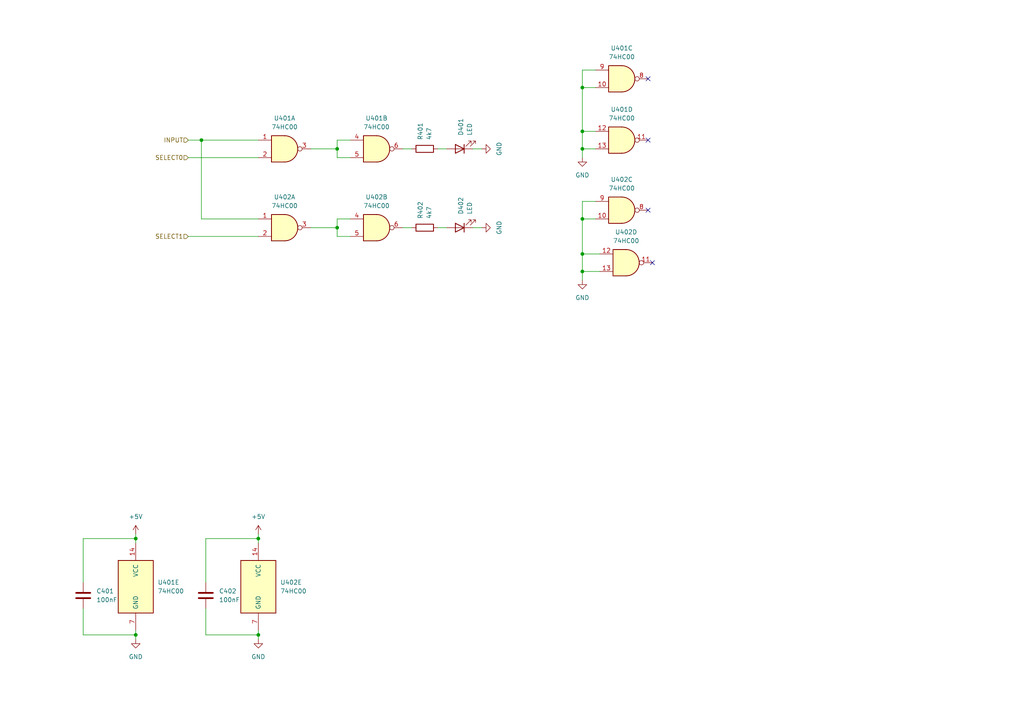
<source format=kicad_sch>
(kicad_sch (version 20211123) (generator eeschema)
  (paper "A4")
  (lib_symbols
    (symbol "74xx:74HC00" (pin_names (offset 1.016))
      (property "Reference" "U" (at 0 1.27 0))
      (property "Value" "74HC00" (at 0 -1.27 0))
      (symbol "74HC00_1_1"
        (arc (start 0 -3.81) (mid 3.81 0) (end 0 3.81) (stroke (width 0.254)) (fill (type background)))
        (polyline (pts (xy 0 3.81) (xy -3.81 3.81) (xy -3.81 -3.81) (xy 0 -3.81)) (stroke (width 0.254)) (fill (type background)))
        (pin input line (at -7.62 2.54 0) (length 3.81) (name "~") (number "1"))
        (pin input line (at -7.62 -2.54 0) (length 3.81) (name "~") (number "2"))
        (pin output inverted (at 7.62 0 180) (length 3.81) (name "~") (number "3"))
      )
      (symbol "74HC00_1_2"
        (arc (start -3.81 -3.81) (mid -2.589 0) (end -3.81 3.81) (stroke (width 0.254)))
        (arc (start -0.6096 -3.81) (mid 2.1842 -2.5851) (end 3.81 0) (stroke (width 0.254)) (fill (type background)))
        (polyline (pts (xy -3.81 -3.81) (xy -0.635 -3.81)) (stroke (width 0.254)) (fill (type background)))
        (polyline (pts (xy -3.81 3.81) (xy -0.635 3.81)) (stroke (width 0.254)) (fill (type background)))
        (polyline (pts (xy -0.635 3.81) (xy -3.81 3.81) (xy -3.81 3.81) (xy -3.556 3.4036) (xy -3.0226 2.2606) (xy -2.6924 1.0414) (xy -2.6162 -0.254) (xy -2.7686 -1.4986) (xy -3.175 -2.7178) (xy -3.81 -3.81) (xy -3.81 -3.81) (xy -0.635 -3.81)) (stroke (width -25.4)) (fill (type background)))
        (arc (start 3.81 0) (mid 2.1915 2.5936) (end -0.6096 3.81) (stroke (width 0.254)) (fill (type background)))
        (pin input inverted (at -7.62 2.54 0) (length 4.318) (name "~") (number "1"))
        (pin input inverted (at -7.62 -2.54 0) (length 4.318) (name "~") (number "2"))
        (pin output line (at 7.62 0 180) (length 3.81) (name "~") (number "3"))
      )
      (symbol "74HC00_2_1"
        (arc (start 0 -3.81) (mid 3.81 0) (end 0 3.81) (stroke (width 0.254)) (fill (type background)))
        (polyline (pts (xy 0 3.81) (xy -3.81 3.81) (xy -3.81 -3.81) (xy 0 -3.81)) (stroke (width 0.254)) (fill (type background)))
        (pin input line (at -7.62 2.54 0) (length 3.81) (name "~") (number "4"))
        (pin input line (at -7.62 -2.54 0) (length 3.81) (name "~") (number "5"))
        (pin output inverted (at 7.62 0 180) (length 3.81) (name "~") (number "6"))
      )
      (symbol "74HC00_2_2"
        (arc (start -3.81 -3.81) (mid -2.589 0) (end -3.81 3.81) (stroke (width 0.254)))
        (arc (start -0.6096 -3.81) (mid 2.1842 -2.5851) (end 3.81 0) (stroke (width 0.254)) (fill (type background)))
        (polyline (pts (xy -3.81 -3.81) (xy -0.635 -3.81)) (stroke (width 0.254)) (fill (type background)))
        (polyline (pts (xy -3.81 3.81) (xy -0.635 3.81)) (stroke (width 0.254)) (fill (type background)))
        (polyline (pts (xy -0.635 3.81) (xy -3.81 3.81) (xy -3.81 3.81) (xy -3.556 3.4036) (xy -3.0226 2.2606) (xy -2.6924 1.0414) (xy -2.6162 -0.254) (xy -2.7686 -1.4986) (xy -3.175 -2.7178) (xy -3.81 -3.81) (xy -3.81 -3.81) (xy -0.635 -3.81)) (stroke (width -25.4)) (fill (type background)))
        (arc (start 3.81 0) (mid 2.1915 2.5936) (end -0.6096 3.81) (stroke (width 0.254)) (fill (type background)))
        (pin input inverted (at -7.62 2.54 0) (length 4.318) (name "~") (number "4"))
        (pin input inverted (at -7.62 -2.54 0) (length 4.318) (name "~") (number "5"))
        (pin output line (at 7.62 0 180) (length 3.81) (name "~") (number "6"))
      )
      (symbol "74HC00_3_1"
        (arc (start 0 -3.81) (mid 3.81 0) (end 0 3.81) (stroke (width 0.254)) (fill (type background)))
        (polyline (pts (xy 0 3.81) (xy -3.81 3.81) (xy -3.81 -3.81) (xy 0 -3.81)) (stroke (width 0.254)) (fill (type background)))
        (pin input line (at -7.62 -2.54 0) (length 3.81) (name "~") (number "10"))
        (pin output inverted (at 7.62 0 180) (length 3.81) (name "~") (number "8"))
        (pin input line (at -7.62 2.54 0) (length 3.81) (name "~") (number "9"))
      )
      (symbol "74HC00_3_2"
        (arc (start -3.81 -3.81) (mid -2.589 0) (end -3.81 3.81) (stroke (width 0.254)))
        (arc (start -0.6096 -3.81) (mid 2.1842 -2.5851) (end 3.81 0) (stroke (width 0.254)) (fill (type background)))
        (polyline (pts (xy -3.81 -3.81) (xy -0.635 -3.81)) (stroke (width 0.254)) (fill (type background)))
        (polyline (pts (xy -3.81 3.81) (xy -0.635 3.81)) (stroke (width 0.254)) (fill (type background)))
        (polyline (pts (xy -0.635 3.81) (xy -3.81 3.81) (xy -3.81 3.81) (xy -3.556 3.4036) (xy -3.0226 2.2606) (xy -2.6924 1.0414) (xy -2.6162 -0.254) (xy -2.7686 -1.4986) (xy -3.175 -2.7178) (xy -3.81 -3.81) (xy -3.81 -3.81) (xy -0.635 -3.81)) (stroke (width -25.4)) (fill (type background)))
        (arc (start 3.81 0) (mid 2.1915 2.5936) (end -0.6096 3.81) (stroke (width 0.254)) (fill (type background)))
        (pin input inverted (at -7.62 -2.54 0) (length 4.318) (name "~") (number "10"))
        (pin output line (at 7.62 0 180) (length 3.81) (name "~") (number "8"))
        (pin input inverted (at -7.62 2.54 0) (length 4.318) (name "~") (number "9"))
      )
      (symbol "74HC00_4_1"
        (arc (start 0 -3.81) (mid 3.81 0) (end 0 3.81) (stroke (width 0.254)) (fill (type background)))
        (polyline (pts (xy 0 3.81) (xy -3.81 3.81) (xy -3.81 -3.81) (xy 0 -3.81)) (stroke (width 0.254)) (fill (type background)))
        (pin output inverted (at 7.62 0 180) (length 3.81) (name "~") (number "11"))
        (pin input line (at -7.62 2.54 0) (length 3.81) (name "~") (number "12"))
        (pin input line (at -7.62 -2.54 0) (length 3.81) (name "~") (number "13"))
      )
      (symbol "74HC00_4_2"
        (arc (start -3.81 -3.81) (mid -2.589 0) (end -3.81 3.81) (stroke (width 0.254)))
        (arc (start -0.6096 -3.81) (mid 2.1842 -2.5851) (end 3.81 0) (stroke (width 0.254)) (fill (type background)))
        (polyline (pts (xy -3.81 -3.81) (xy -0.635 -3.81)) (stroke (width 0.254)) (fill (type background)))
        (polyline (pts (xy -3.81 3.81) (xy -0.635 3.81)) (stroke (width 0.254)) (fill (type background)))
        (polyline (pts (xy -0.635 3.81) (xy -3.81 3.81) (xy -3.81 3.81) (xy -3.556 3.4036) (xy -3.0226 2.2606) (xy -2.6924 1.0414) (xy -2.6162 -0.254) (xy -2.7686 -1.4986) (xy -3.175 -2.7178) (xy -3.81 -3.81) (xy -3.81 -3.81) (xy -0.635 -3.81)) (stroke (width -25.4)) (fill (type background)))
        (arc (start 3.81 0) (mid 2.1915 2.5936) (end -0.6096 3.81) (stroke (width 0.254)) (fill (type background)))
        (pin output line (at 7.62 0 180) (length 3.81) (name "~") (number "11"))
        (pin input inverted (at -7.62 2.54 0) (length 4.318) (name "~") (number "12"))
        (pin input inverted (at -7.62 -2.54 0) (length 4.318) (name "~") (number "13"))
      )
      (symbol "74HC00_5_0"
        (pin power_in line (at 0 12.7 270) (length 5.08) (name "VCC") (number "14"))
        (pin power_in line (at 0 -12.7 90) (length 5.08) (name "GND") (number "7"))
      )
      (symbol "74HC00_5_1"
        (rectangle (start -5.08 7.62) (end 5.08 -7.62) (stroke (width 0.254)) (fill (type background)))
      )
    )
    (symbol "Device:C" (pin_numbers hide) (pin_names (offset 0.254))
      (property "Reference" "C" (at 0.635 2.54 0))
      (property "Value" "C" (at 0.635 -2.54 0))
      (symbol "C_0_1"
        (polyline (pts (xy -2.032 -0.762) (xy 2.032 -0.762)) (stroke (width 0.508)))
        (polyline (pts (xy -2.032 0.762) (xy 2.032 0.762)) (stroke (width 0.508)))
      )
      (symbol "C_1_1"
        (pin passive line (at 0 3.81 270) (length 2.794) (name "~") (number "1"))
        (pin passive line (at 0 -3.81 90) (length 2.794) (name "~") (number "2"))
      )
    )
    (symbol "Device:LED" (pin_numbers hide) (pin_names (offset 1.016) hide)
      (property "Reference" "D" (at 0 2.54 0))
      (property "Value" "LED" (at 0 -2.54 0))
      (symbol "LED_0_1"
        (polyline (pts (xy -1.27 -1.27) (xy -1.27 1.27)) (stroke (width 0.254)))
        (polyline (pts (xy -1.27 0) (xy 1.27 0)))
        (polyline (pts (xy 1.27 -1.27) (xy 1.27 1.27) (xy -1.27 0) (xy 1.27 -1.27)) (stroke (width 0.254)))
        (polyline (pts (xy -3.048 -0.762) (xy -4.572 -2.286) (xy -3.81 -2.286) (xy -4.572 -2.286) (xy -4.572 -1.524)))
        (polyline (pts (xy -1.778 -0.762) (xy -3.302 -2.286) (xy -2.54 -2.286) (xy -3.302 -2.286) (xy -3.302 -1.524)))
      )
      (symbol "LED_1_1"
        (pin passive line (at -3.81 0 0) (length 2.54) (name "K") (number "1"))
        (pin passive line (at 3.81 0 180) (length 2.54) (name "A") (number "2"))
      )
    )
    (symbol "Device:R" (pin_numbers hide) (pin_names (offset 0))
      (property "Reference" "R" (at 2.032 0 90))
      (property "Value" "R" (at 0 0 90))
      (symbol "R_0_1"
        (rectangle (start -1.016 -2.54) (end 1.016 2.54) (stroke (width 0.254)))
      )
      (symbol "R_1_1"
        (pin passive line (at 0 3.81 270) (length 1.27) (name "~") (number "1"))
        (pin passive line (at 0 -3.81 90) (length 1.27) (name "~") (number "2"))
      )
    )
    (symbol "power:+5V" (power) (pin_names (offset 0))
      (property "Value" "+5V" (at 0 3.556 0))
      (symbol "+5V_0_1"
        (polyline (pts (xy -0.762 1.27) (xy 0 2.54)))
        (polyline (pts (xy 0 0) (xy 0 2.54)))
        (polyline (pts (xy 0 2.54) (xy 0.762 1.27)))
      )
      (symbol "+5V_1_1"
        (pin power_in line (at 0 0 90) (length 0) hide (name "+5V") (number "1"))
      )
    )
    (symbol "power:GND" (power) (pin_names (offset 0))
      (property "Value" "GND" (at 0 -3.81 0))
      (symbol "GND_0_1"
        (polyline (pts (xy 0 0) (xy 0 -1.27) (xy 1.27 -1.27) (xy 0 -2.54) (xy -1.27 -1.27) (xy 0 -1.27)))
      )
      (symbol "GND_1_1"
        (pin power_in line (at 0 0 270) (length 0) hide (name "GND") (number "1"))
      )
    )
  )
  (junction (at 168.91 43.18))
  (junction (at 39.37 184.15))
  (junction (at 168.91 73.66))
  (junction (at 39.37 156.21))
  (junction (at 58.42 40.64))
  (junction (at 168.91 78.74))
  (junction (at 168.91 25.4))
  (junction (at 74.93 184.15))
  (junction (at 97.79 43.18))
  (junction (at 74.93 156.21))
  (junction (at 168.91 38.1))
  (junction (at 97.79 66.04))
  (junction (at 168.91 63.5))
  (no_connect (at 187.96 22.86))
  (no_connect (at 187.96 60.96))
  (no_connect (at 189.23 76.2))
  (no_connect (at 187.96 40.64))
  (wire (pts (xy 168.91 73.66) (xy 173.99 73.66)))
  (wire (pts (xy 58.42 63.5) (xy 74.93 63.5)))
  (wire (pts (xy 168.91 43.18) (xy 172.72 43.18)))
  (wire (pts (xy 168.91 73.66) (xy 168.91 63.5)))
  (wire (pts (xy 59.69 184.15) (xy 74.93 184.15)))
  (wire (pts (xy 168.91 25.4) (xy 172.72 25.4)))
  (wire (pts (xy 59.69 156.21) (xy 74.93 156.21)))
  (wire (pts (xy 116.84 43.18) (xy 119.38 43.18)))
  (wire (pts (xy 127 43.18) (xy 129.54 43.18)))
  (wire (pts (xy 168.91 63.5) (xy 168.91 58.42)))
  (wire (pts (xy 97.79 43.18) (xy 97.79 40.64)))
  (wire (pts (xy 168.91 78.74) (xy 168.91 73.66)))
  (wire (pts (xy 24.13 184.15) (xy 39.37 184.15)))
  (wire (pts (xy 39.37 156.21) (xy 39.37 157.48)))
  (wire (pts (xy 168.91 81.28) (xy 168.91 78.74)))
  (wire (pts (xy 137.16 66.04) (xy 139.7 66.04)))
  (wire (pts (xy 59.69 176.53) (xy 59.69 184.15)))
  (wire (pts (xy 127 66.04) (xy 129.54 66.04)))
  (wire (pts (xy 54.61 45.72) (xy 74.93 45.72)))
  (wire (pts (xy 168.91 38.1) (xy 168.91 25.4)))
  (wire (pts (xy 168.91 25.4) (xy 168.91 20.32)))
  (wire (pts (xy 59.69 168.91) (xy 59.69 156.21)))
  (wire (pts (xy 39.37 154.94) (xy 39.37 156.21)))
  (wire (pts (xy 97.79 68.58) (xy 97.79 66.04)))
  (wire (pts (xy 116.84 66.04) (xy 119.38 66.04)))
  (wire (pts (xy 168.91 58.42) (xy 172.72 58.42)))
  (wire (pts (xy 39.37 182.88) (xy 39.37 184.15)))
  (wire (pts (xy 90.17 43.18) (xy 97.79 43.18)))
  (wire (pts (xy 168.91 45.72) (xy 168.91 43.18)))
  (wire (pts (xy 74.93 182.88) (xy 74.93 184.15)))
  (wire (pts (xy 24.13 156.21) (xy 39.37 156.21)))
  (wire (pts (xy 97.79 66.04) (xy 97.79 63.5)))
  (wire (pts (xy 97.79 40.64) (xy 101.6 40.64)))
  (wire (pts (xy 39.37 184.15) (xy 39.37 185.42)))
  (wire (pts (xy 58.42 40.64) (xy 58.42 63.5)))
  (wire (pts (xy 101.6 45.72) (xy 97.79 45.72)))
  (wire (pts (xy 24.13 176.53) (xy 24.13 184.15)))
  (wire (pts (xy 74.93 156.21) (xy 74.93 157.48)))
  (wire (pts (xy 54.61 40.64) (xy 58.42 40.64)))
  (wire (pts (xy 168.91 43.18) (xy 168.91 38.1)))
  (wire (pts (xy 24.13 168.91) (xy 24.13 156.21)))
  (wire (pts (xy 137.16 43.18) (xy 139.7 43.18)))
  (wire (pts (xy 97.79 45.72) (xy 97.79 43.18)))
  (wire (pts (xy 168.91 78.74) (xy 173.99 78.74)))
  (wire (pts (xy 58.42 40.64) (xy 74.93 40.64)))
  (wire (pts (xy 168.91 38.1) (xy 172.72 38.1)))
  (wire (pts (xy 90.17 66.04) (xy 97.79 66.04)))
  (wire (pts (xy 101.6 68.58) (xy 97.79 68.58)))
  (wire (pts (xy 74.93 184.15) (xy 74.93 185.42)))
  (wire (pts (xy 168.91 20.32) (xy 172.72 20.32)))
  (wire (pts (xy 97.79 63.5) (xy 101.6 63.5)))
  (wire (pts (xy 74.93 154.94) (xy 74.93 156.21)))
  (wire (pts (xy 54.61 68.58) (xy 74.93 68.58)))
  (wire (pts (xy 168.91 63.5) (xy 172.72 63.5)))
  (hierarchical_label "SELECT1" (shape input) (at 54.61 68.58 180))
  (hierarchical_label "INPUT" (shape input) (at 54.61 40.64 180))
  (hierarchical_label "SELECT0" (shape input) (at 54.61 45.72 180))
  (symbol (lib_id "74xx:74HC00") (at 109.22 43.18 0) (unit 2)
    (property "Reference" "U401" (at 109.22 34.29 0))
    (property "Value" "74HC00" (at 109.22 36.83 0))
    (property "Footprint" "Package_DIP:DIP-14_W7.62mm_Socket" (effects hide))
    (property "Datasheet" "http://www.ti.com/lit/gpn/sn74hc00" (effects hide))
  )
  (symbol (lib_id "power:GND") (at 168.91 81.28 0) (unit 1)
    (property "Reference" "#PWR0408" (effects hide))
    (property "Value" "GND" (at 168.91 86.36 0))
  )
  (symbol (lib_id "74xx:74HC00") (at 180.34 22.86 0) (unit 3)
    (property "Reference" "U401" (at 180.34 13.97 0))
    (property "Value" "74HC00" (at 180.34 16.51 0))
    (property "Footprint" "Package_DIP:DIP-14_W7.62mm_Socket" (effects hide))
    (property "Datasheet" "http://www.ti.com/lit/gpn/sn74hc00" (effects hide))
  )
  (symbol (lib_id "74xx:74HC00") (at 39.37 170.18 0) (unit 5)
    (property "Reference" "U401" (at 45.72 168.9099 0) (effects (justify left)))
    (property "Value" "74HC00" (at 45.72 171.4499 0) (effects (justify left)))
    (property "Footprint" "Package_DIP:DIP-14_W7.62mm_Socket" (effects hide))
    (property "Datasheet" "http://www.ti.com/lit/gpn/sn74hc00" (effects hide))
  )
  (symbol (lib_id "power:+5V") (at 39.37 154.94 0) (unit 1)
    (property "Reference" "#PWR0401" (effects hide))
    (property "Value" "+5V" (at 39.37 149.86 0))
  )
  (symbol (lib_id "Device:LED") (at 133.35 66.04 180) (unit 1)
    (property "Reference" "D402" (at 133.6674 62.23 90) (effects (justify right)))
    (property "Value" "LED" (at 136.2074 62.23 90) (effects (justify right)))
    (property "Footprint" "LED_THT:LED_D5.0mm" (effects hide))
  )
  (symbol (lib_id "74xx:74HC00") (at 82.55 43.18 0) (unit 1)
    (property "Reference" "U401" (at 82.55 34.29 0))
    (property "Value" "74HC00" (at 82.55 36.83 0))
    (property "Footprint" "Package_DIP:DIP-14_W7.62mm_Socket" (effects hide))
    (property "Datasheet" "http://www.ti.com/lit/gpn/sn74hc00" (effects hide))
  )
  (symbol (lib_id "Device:R") (at 123.19 43.18 90) (unit 1)
    (property "Reference" "R401" (at 121.9199 40.64 0) (effects (justify left)))
    (property "Value" "4k7" (at 124.4599 40.64 0) (effects (justify left)))
    (property "Footprint" "Resistor_THT:R_Axial_DIN0207_L6.3mm_D2.5mm_P7.62mm_Horizontal" (effects hide))
  )
  (symbol (lib_id "power:GND") (at 139.7 66.04 90) (unit 1)
    (property "Reference" "#PWR0406" (effects hide))
    (property "Value" "GND" (at 144.78 66.04 0))
  )
  (symbol (lib_id "74xx:74HC00") (at 74.93 170.18 0) (unit 5)
    (property "Reference" "U402" (at 81.28 168.9099 0) (effects (justify left)))
    (property "Value" "74HC00" (at 81.28 171.4499 0) (effects (justify left)))
    (property "Footprint" "Package_DIP:DIP-14_W7.62mm_Socket" (effects hide))
    (property "Datasheet" "http://www.ti.com/lit/gpn/sn74hc00" (effects hide))
  )
  (symbol (lib_id "74xx:74HC00") (at 181.61 76.2 0) (unit 4)
    (property "Reference" "U402" (at 181.61 67.31 0))
    (property "Value" "74HC00" (at 181.61 69.85 0))
    (property "Footprint" "Package_DIP:DIP-14_W7.62mm_Socket" (effects hide))
    (property "Datasheet" "http://www.ti.com/lit/gpn/sn74hc00" (effects hide))
  )
  (symbol (lib_id "power:GND") (at 139.7 43.18 90) (unit 1)
    (property "Reference" "#PWR0405" (effects hide))
    (property "Value" "GND" (at 144.78 43.18 0))
  )
  (symbol (lib_id "power:GND") (at 168.91 45.72 0) (unit 1)
    (property "Reference" "#PWR0407" (effects hide))
    (property "Value" "GND" (at 168.91 50.8 0))
  )
  (symbol (lib_id "74xx:74HC00") (at 180.34 40.64 0) (unit 4)
    (property "Reference" "U401" (at 180.34 31.75 0))
    (property "Value" "74HC00" (at 180.34 34.29 0))
    (property "Footprint" "Package_DIP:DIP-14_W7.62mm_Socket" (effects hide))
    (property "Datasheet" "http://www.ti.com/lit/gpn/sn74hc00" (effects hide))
  )
  (symbol (lib_id "power:GND") (at 74.93 185.42 0) (unit 1)
    (property "Reference" "#PWR0404" (effects hide))
    (property "Value" "GND" (at 74.93 190.5 0))
  )
  (symbol (lib_id "74xx:74HC00") (at 109.22 66.04 0) (unit 2)
    (property "Reference" "U402" (at 109.22 57.15 0))
    (property "Value" "74HC00" (at 109.22 59.69 0))
    (property "Footprint" "Package_DIP:DIP-14_W7.62mm_Socket" (effects hide))
    (property "Datasheet" "http://www.ti.com/lit/gpn/sn74hc00" (effects hide))
  )
  (symbol (lib_id "power:GND") (at 39.37 185.42 0) (unit 1)
    (property "Reference" "#PWR0402" (effects hide))
    (property "Value" "GND" (at 39.37 190.5 0))
  )
  (symbol (lib_id "Device:C") (at 24.13 172.72 180) (unit 1)
    (property "Reference" "C401" (at 27.94 171.4499 0) (effects (justify right)))
    (property "Value" "100nF" (at 27.94 173.9899 0) (effects (justify right)))
    (property "Footprint" "Capacitor_THT:C_Disc_D5.0mm_W2.5mm_P5.00mm" (effects hide))
  )
  (symbol (lib_id "74xx:74HC00") (at 180.34 60.96 0) (unit 3)
    (property "Reference" "U402" (at 180.34 52.07 0))
    (property "Value" "74HC00" (at 180.34 54.61 0))
    (property "Footprint" "Package_DIP:DIP-14_W7.62mm_Socket" (effects hide))
    (property "Datasheet" "http://www.ti.com/lit/gpn/sn74hc00" (effects hide))
  )
  (symbol (lib_id "Device:R") (at 123.19 66.04 90) (unit 1)
    (property "Reference" "R402" (at 121.9199 63.5 0) (effects (justify left)))
    (property "Value" "4k7" (at 124.4599 63.5 0) (effects (justify left)))
    (property "Footprint" "Resistor_THT:R_Axial_DIN0207_L6.3mm_D2.5mm_P7.62mm_Horizontal" (effects hide))
  )
  (symbol (lib_id "Device:LED") (at 133.35 43.18 180) (unit 1)
    (property "Reference" "D401" (at 133.6674 39.37 90) (effects (justify right)))
    (property "Value" "LED" (at 136.2074 39.37 90) (effects (justify right)))
    (property "Footprint" "LED_THT:LED_D5.0mm" (effects hide))
  )
  (symbol (lib_id "74xx:74HC00") (at 82.55 66.04 0) (unit 1)
    (property "Reference" "U402" (at 82.55 57.15 0))
    (property "Value" "74HC00" (at 82.55 59.69 0))
    (property "Footprint" "Package_DIP:DIP-14_W7.62mm_Socket" (effects hide))
    (property "Datasheet" "http://www.ti.com/lit/gpn/sn74hc00" (effects hide))
  )
  (symbol (lib_id "power:+5V") (at 74.93 154.94 0) (unit 1)
    (property "Reference" "#PWR0403" (effects hide))
    (property "Value" "+5V" (at 74.93 149.86 0))
  )
  (symbol (lib_id "Device:C") (at 59.69 172.72 180) (unit 1)
    (property "Reference" "C402" (at 63.5 171.4499 0) (effects (justify right)))
    (property "Value" "100nF" (at 63.5 173.9899 0) (effects (justify right)))
    (property "Footprint" "Capacitor_THT:C_Disc_D5.0mm_W2.5mm_P5.00mm" (effects hide))
  )
)
</source>
